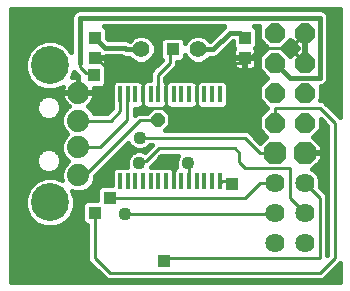
<source format=gbl>
G75*
%MOIN*%
%OFA0B0*%
%FSLAX25Y25*%
%IPPOS*%
%LPD*%
%AMOC8*
5,1,8,0,0,1.08239X$1,22.5*
%
%ADD10R,0.03937X0.04331*%
%ADD11C,0.06400*%
%ADD12OC8,0.06600*%
%ADD13C,0.07400*%
%ADD14C,0.12661*%
%ADD15R,0.01370X0.05500*%
%ADD16C,0.05600*%
%ADD17OC8,0.07600*%
%ADD18C,0.01600*%
%ADD19C,0.01000*%
%ADD20OC8,0.04362*%
%ADD21C,0.04362*%
%ADD22R,0.04362X0.04362*%
D10*
X0086479Y0078454D03*
X0086479Y0085146D03*
X0136479Y0085146D03*
X0136479Y0078454D03*
D11*
X0146479Y0036800D03*
X0156479Y0036800D03*
X0156479Y0026800D03*
X0146479Y0026800D03*
X0146479Y0016800D03*
X0156479Y0016800D03*
D12*
X0156479Y0056800D03*
X0146479Y0056800D03*
X0146479Y0066800D03*
X0156479Y0066800D03*
X0156479Y0076800D03*
X0146479Y0076800D03*
X0146479Y0086800D03*
X0156479Y0086800D03*
D13*
X0080928Y0066800D03*
X0080928Y0057457D03*
X0080928Y0048583D03*
X0080928Y0039241D03*
D14*
X0071479Y0030186D03*
X0071479Y0075855D03*
D15*
X0094845Y0066194D03*
X0097404Y0066194D03*
X0099963Y0066194D03*
X0102522Y0066194D03*
X0105081Y0066194D03*
X0107640Y0066194D03*
X0110199Y0066194D03*
X0112758Y0066194D03*
X0115317Y0066194D03*
X0117876Y0066194D03*
X0120435Y0066194D03*
X0122994Y0066194D03*
X0125554Y0066194D03*
X0128113Y0066194D03*
X0128113Y0037406D03*
X0125554Y0037406D03*
X0122994Y0037406D03*
X0120435Y0037406D03*
X0117876Y0037406D03*
X0115317Y0037406D03*
X0112758Y0037406D03*
X0110199Y0037406D03*
X0107640Y0037406D03*
X0105081Y0037406D03*
X0102522Y0037406D03*
X0099963Y0037406D03*
X0097404Y0037406D03*
X0094845Y0037406D03*
D16*
X0101979Y0081300D03*
X0120979Y0081300D03*
D17*
X0146479Y0046800D03*
X0156479Y0046800D03*
D18*
X0058479Y0003800D02*
X0058479Y0094761D01*
X0168180Y0094761D01*
X0168180Y0058635D01*
X0167895Y0058919D01*
X0162895Y0063919D01*
X0161976Y0064300D01*
X0161474Y0064300D01*
X0161779Y0064605D01*
X0161779Y0068995D01*
X0161774Y0069000D01*
X0162036Y0069000D01*
X0163065Y0069426D01*
X0163852Y0070214D01*
X0164279Y0071243D01*
X0164279Y0092357D01*
X0163852Y0093386D01*
X0163065Y0094174D01*
X0162036Y0094600D01*
X0080922Y0094600D01*
X0079893Y0094174D01*
X0079105Y0093386D01*
X0078679Y0092357D01*
X0078679Y0080242D01*
X0078541Y0080574D01*
X0076198Y0082918D01*
X0073136Y0084186D01*
X0069822Y0084186D01*
X0066760Y0082918D01*
X0064416Y0080574D01*
X0063148Y0077512D01*
X0063148Y0074198D01*
X0064416Y0071136D01*
X0066760Y0068793D01*
X0069822Y0067524D01*
X0073136Y0067524D01*
X0075729Y0068598D01*
X0075563Y0068088D01*
X0075428Y0067233D01*
X0075428Y0066900D01*
X0080827Y0066900D01*
X0080827Y0066700D01*
X0075428Y0066700D01*
X0075428Y0066367D01*
X0075563Y0065512D01*
X0075831Y0064689D01*
X0076224Y0063917D01*
X0076732Y0063217D01*
X0077345Y0062605D01*
X0077749Y0062311D01*
X0077699Y0062290D01*
X0076095Y0060686D01*
X0075228Y0058591D01*
X0075228Y0056324D01*
X0076095Y0054229D01*
X0077304Y0053020D01*
X0076095Y0051812D01*
X0075228Y0049717D01*
X0075228Y0047450D01*
X0076095Y0045355D01*
X0077538Y0043912D01*
X0076095Y0042470D01*
X0075228Y0040375D01*
X0075228Y0038107D01*
X0075456Y0037555D01*
X0073136Y0038517D01*
X0069822Y0038517D01*
X0066760Y0037248D01*
X0064416Y0034905D01*
X0063148Y0031843D01*
X0063148Y0028529D01*
X0064416Y0025467D01*
X0066760Y0023123D01*
X0069822Y0021855D01*
X0073136Y0021855D01*
X0076198Y0023123D01*
X0078541Y0025467D01*
X0079809Y0028529D01*
X0079809Y0031843D01*
X0078964Y0033885D01*
X0079794Y0033541D01*
X0082061Y0033541D01*
X0084156Y0034409D01*
X0085760Y0036012D01*
X0086628Y0038107D01*
X0086628Y0039013D01*
X0097674Y0050060D01*
X0097934Y0049432D01*
X0099110Y0048255D01*
X0100647Y0047619D01*
X0102310Y0047619D01*
X0103847Y0048255D01*
X0104892Y0049300D01*
X0105443Y0049300D01*
X0103252Y0047108D01*
X0102110Y0047581D01*
X0100447Y0047581D01*
X0098910Y0046945D01*
X0097734Y0045768D01*
X0097098Y0044232D01*
X0097098Y0042568D01*
X0097268Y0042156D01*
X0093331Y0042156D01*
X0092160Y0040985D01*
X0092160Y0035981D01*
X0088469Y0035981D01*
X0087298Y0034810D01*
X0087298Y0030981D01*
X0083469Y0030981D01*
X0082298Y0029810D01*
X0082298Y0023790D01*
X0083469Y0022619D01*
X0083979Y0022619D01*
X0083979Y0011303D01*
X0084359Y0010384D01*
X0090063Y0004681D01*
X0090981Y0004300D01*
X0161976Y0004300D01*
X0162895Y0004681D01*
X0163598Y0005384D01*
X0168180Y0009965D01*
X0168180Y0003800D01*
X0058479Y0003800D01*
X0058479Y0004012D02*
X0168180Y0004012D01*
X0168180Y0005610D02*
X0163825Y0005610D01*
X0165423Y0007209D02*
X0168180Y0007209D01*
X0168180Y0008807D02*
X0167022Y0008807D01*
X0163979Y0012836D02*
X0163979Y0032297D01*
X0163598Y0033216D01*
X0162895Y0033919D01*
X0161494Y0035320D01*
X0161679Y0035766D01*
X0161679Y0037834D01*
X0160887Y0039746D01*
X0159424Y0041208D01*
X0158988Y0041389D01*
X0162079Y0044480D01*
X0162079Y0046600D01*
X0156679Y0046600D01*
X0156679Y0047000D01*
X0162079Y0047000D01*
X0162079Y0049120D01*
X0159186Y0052012D01*
X0161779Y0054605D01*
X0161779Y0057964D01*
X0163979Y0055764D01*
X0163979Y0012836D01*
X0163979Y0012836D01*
X0163979Y0013603D02*
X0163979Y0013603D01*
X0163979Y0015201D02*
X0163979Y0015201D01*
X0163979Y0016800D02*
X0163979Y0016800D01*
X0163979Y0018399D02*
X0163979Y0018399D01*
X0163979Y0019997D02*
X0163979Y0019997D01*
X0163979Y0021596D02*
X0163979Y0021596D01*
X0163979Y0023194D02*
X0163979Y0023194D01*
X0163979Y0024793D02*
X0163979Y0024793D01*
X0163979Y0026391D02*
X0163979Y0026391D01*
X0163979Y0027990D02*
X0163979Y0027990D01*
X0163979Y0029588D02*
X0163979Y0029588D01*
X0163979Y0031187D02*
X0163979Y0031187D01*
X0163979Y0032785D02*
X0163777Y0032785D01*
X0163979Y0034384D02*
X0162431Y0034384D01*
X0161679Y0035982D02*
X0163979Y0035982D01*
X0163979Y0037581D02*
X0161679Y0037581D01*
X0161122Y0039179D02*
X0163979Y0039179D01*
X0163979Y0040778D02*
X0159855Y0040778D01*
X0159975Y0042376D02*
X0163979Y0042376D01*
X0163979Y0043975D02*
X0161573Y0043975D01*
X0162079Y0045573D02*
X0163979Y0045573D01*
X0163979Y0047172D02*
X0162079Y0047172D01*
X0162079Y0048770D02*
X0163979Y0048770D01*
X0163979Y0050369D02*
X0160830Y0050369D01*
X0159231Y0051967D02*
X0163979Y0051967D01*
X0163979Y0053566D02*
X0160740Y0053566D01*
X0161779Y0055164D02*
X0163979Y0055164D01*
X0162980Y0056763D02*
X0161779Y0056763D01*
X0166854Y0059960D02*
X0168180Y0059960D01*
X0168180Y0061558D02*
X0165256Y0061558D01*
X0163657Y0063157D02*
X0168180Y0063157D01*
X0168180Y0064755D02*
X0161779Y0064755D01*
X0161779Y0066354D02*
X0168180Y0066354D01*
X0168180Y0067952D02*
X0161779Y0067952D01*
X0163189Y0069551D02*
X0168180Y0069551D01*
X0168180Y0071149D02*
X0164240Y0071149D01*
X0161479Y0071800D02*
X0161479Y0091800D01*
X0081479Y0091800D01*
X0081479Y0076800D01*
X0079615Y0073728D02*
X0081043Y0072300D01*
X0081028Y0072300D01*
X0081028Y0066900D01*
X0086428Y0066900D01*
X0086428Y0067233D01*
X0086292Y0068088D01*
X0086185Y0068419D01*
X0089088Y0068419D01*
X0090260Y0069590D01*
X0090260Y0075610D01*
X0090157Y0075713D01*
X0090247Y0076051D01*
X0090247Y0078269D01*
X0086663Y0078269D01*
X0086663Y0078638D01*
X0090247Y0078638D01*
X0090247Y0079000D01*
X0095319Y0079000D01*
X0095393Y0078926D01*
X0096422Y0078500D01*
X0097991Y0078500D01*
X0099260Y0077231D01*
X0101024Y0076500D01*
X0102934Y0076500D01*
X0104698Y0077231D01*
X0106048Y0078581D01*
X0106779Y0080345D01*
X0106779Y0082255D01*
X0106048Y0084019D01*
X0104698Y0085369D01*
X0102934Y0086100D01*
X0101024Y0086100D01*
X0099260Y0085369D01*
X0098064Y0084174D01*
X0097036Y0084600D01*
X0090985Y0084600D01*
X0090447Y0085138D01*
X0090447Y0088140D01*
X0089587Y0089000D01*
X0129719Y0089000D01*
X0129105Y0088386D01*
X0124893Y0084174D01*
X0123698Y0085369D01*
X0121934Y0086100D01*
X0120024Y0086100D01*
X0118260Y0085369D01*
X0116909Y0084019D01*
X0116660Y0083416D01*
X0116660Y0084210D01*
X0115488Y0085381D01*
X0109469Y0085381D01*
X0108298Y0084210D01*
X0108298Y0078190D01*
X0108816Y0077672D01*
X0105359Y0074216D01*
X0104979Y0073297D01*
X0104979Y0070944D01*
X0103568Y0070944D01*
X0103368Y0070744D01*
X0102522Y0070744D01*
X0101676Y0070744D01*
X0101476Y0070944D01*
X0093331Y0070944D01*
X0092160Y0069772D01*
X0092160Y0062615D01*
X0092379Y0062396D01*
X0092379Y0061636D01*
X0090701Y0059957D01*
X0086062Y0059957D01*
X0085760Y0060686D01*
X0084156Y0062290D01*
X0084106Y0062311D01*
X0084511Y0062605D01*
X0085123Y0063217D01*
X0085632Y0063917D01*
X0086025Y0064689D01*
X0086292Y0065512D01*
X0086428Y0066367D01*
X0086428Y0066700D01*
X0081028Y0066700D01*
X0081028Y0066900D01*
X0080828Y0066900D01*
X0080828Y0072300D01*
X0080495Y0072300D01*
X0079640Y0072165D01*
X0078863Y0071912D01*
X0079615Y0073728D01*
X0079209Y0072748D02*
X0080595Y0072748D01*
X0080828Y0071149D02*
X0081028Y0071149D01*
X0081028Y0069551D02*
X0080828Y0069551D01*
X0080828Y0067952D02*
X0081028Y0067952D01*
X0086314Y0067952D02*
X0092160Y0067952D01*
X0092160Y0066354D02*
X0086425Y0066354D01*
X0086046Y0064755D02*
X0092160Y0064755D01*
X0092160Y0063157D02*
X0085063Y0063157D01*
X0084888Y0061558D02*
X0092302Y0061558D01*
X0090703Y0059960D02*
X0086061Y0059960D01*
X0076967Y0061558D02*
X0075250Y0061558D01*
X0075250Y0061050D02*
X0074616Y0059519D01*
X0073445Y0058348D01*
X0071914Y0057713D01*
X0070256Y0057713D01*
X0068726Y0058348D01*
X0067554Y0059519D01*
X0066920Y0061050D01*
X0066920Y0062707D01*
X0067554Y0064238D01*
X0068726Y0065410D01*
X0070256Y0066044D01*
X0071914Y0066044D01*
X0073445Y0065410D01*
X0074616Y0064238D01*
X0075250Y0062707D01*
X0075250Y0061050D01*
X0074799Y0059960D02*
X0075794Y0059960D01*
X0075228Y0058361D02*
X0073458Y0058361D01*
X0075228Y0056763D02*
X0058479Y0056763D01*
X0058479Y0058361D02*
X0068712Y0058361D01*
X0067371Y0059960D02*
X0058479Y0059960D01*
X0058479Y0061558D02*
X0066920Y0061558D01*
X0067106Y0063157D02*
X0058479Y0063157D01*
X0058479Y0064755D02*
X0068071Y0064755D01*
X0068788Y0067952D02*
X0058479Y0067952D01*
X0058479Y0066354D02*
X0075430Y0066354D01*
X0075542Y0067952D02*
X0074169Y0067952D01*
X0074099Y0064755D02*
X0075809Y0064755D01*
X0075064Y0063157D02*
X0076793Y0063157D01*
X0066002Y0069551D02*
X0058479Y0069551D01*
X0058479Y0071149D02*
X0064411Y0071149D01*
X0063749Y0072748D02*
X0058479Y0072748D01*
X0058479Y0074346D02*
X0063148Y0074346D01*
X0063148Y0075945D02*
X0058479Y0075945D01*
X0058479Y0077543D02*
X0063161Y0077543D01*
X0063823Y0079142D02*
X0058479Y0079142D01*
X0058479Y0080740D02*
X0064583Y0080740D01*
X0066181Y0082339D02*
X0058479Y0082339D01*
X0058479Y0083937D02*
X0069222Y0083937D01*
X0073735Y0083937D02*
X0078679Y0083937D01*
X0078679Y0082339D02*
X0076776Y0082339D01*
X0078375Y0080740D02*
X0078679Y0080740D01*
X0086479Y0085146D02*
X0089825Y0081800D01*
X0096479Y0081800D01*
X0096979Y0081300D01*
X0101979Y0081300D01*
X0106280Y0079142D02*
X0108298Y0079142D01*
X0108687Y0077543D02*
X0105010Y0077543D01*
X0107088Y0075945D02*
X0090219Y0075945D01*
X0090260Y0074346D02*
X0105490Y0074346D01*
X0104979Y0072748D02*
X0090260Y0072748D01*
X0090260Y0071149D02*
X0104979Y0071149D01*
X0102522Y0070744D02*
X0102522Y0069898D01*
X0102522Y0069898D01*
X0102522Y0069898D01*
X0102522Y0070744D01*
X0109979Y0070744D02*
X0109979Y0071764D01*
X0112895Y0074681D01*
X0113598Y0075384D01*
X0113979Y0076303D01*
X0113979Y0077019D01*
X0115488Y0077019D01*
X0116660Y0078190D01*
X0116660Y0079184D01*
X0116909Y0078581D01*
X0118260Y0077231D01*
X0120024Y0076500D01*
X0121934Y0076500D01*
X0123698Y0077231D01*
X0124967Y0078500D01*
X0126536Y0078500D01*
X0127565Y0078926D01*
X0132510Y0083872D01*
X0132510Y0082153D01*
X0133022Y0081641D01*
X0132833Y0081314D01*
X0132710Y0080856D01*
X0132710Y0078638D01*
X0136294Y0078638D01*
X0136294Y0078269D01*
X0132710Y0078269D01*
X0132710Y0076051D01*
X0132833Y0075593D01*
X0133070Y0075183D01*
X0133405Y0074848D01*
X0133815Y0074611D01*
X0134273Y0074488D01*
X0136294Y0074488D01*
X0136294Y0078269D01*
X0136663Y0078269D01*
X0136663Y0074488D01*
X0138684Y0074488D01*
X0139142Y0074611D01*
X0139552Y0074848D01*
X0139888Y0075183D01*
X0140125Y0075593D01*
X0140247Y0076051D01*
X0140247Y0078269D01*
X0136663Y0078269D01*
X0136663Y0078638D01*
X0140247Y0078638D01*
X0140247Y0080856D01*
X0140125Y0081314D01*
X0139936Y0081641D01*
X0140447Y0082153D01*
X0140447Y0088140D01*
X0139587Y0089000D01*
X0141183Y0089000D01*
X0141179Y0088995D01*
X0141179Y0084605D01*
X0143983Y0081800D01*
X0141179Y0078995D01*
X0141179Y0074605D01*
X0143983Y0071800D01*
X0141179Y0068995D01*
X0141179Y0064605D01*
X0143979Y0061805D01*
X0143979Y0061795D01*
X0141179Y0058995D01*
X0141179Y0054605D01*
X0143630Y0052154D01*
X0141645Y0050169D01*
X0137895Y0053919D01*
X0136976Y0054300D01*
X0135981Y0054300D01*
X0109892Y0054300D01*
X0111660Y0056068D01*
X0111660Y0059532D01*
X0109548Y0061644D01*
X0110199Y0061644D01*
X0110199Y0062489D01*
X0110199Y0062489D01*
X0110199Y0061644D01*
X0111045Y0061644D01*
X0111245Y0061444D01*
X0119390Y0061444D01*
X0119590Y0061644D01*
X0120435Y0061644D01*
X0120435Y0062489D01*
X0120435Y0062489D01*
X0120435Y0062489D01*
X0120435Y0061644D01*
X0121281Y0061644D01*
X0121481Y0061444D01*
X0129626Y0061444D01*
X0130798Y0062615D01*
X0130798Y0069772D01*
X0129626Y0070944D01*
X0121481Y0070944D01*
X0121281Y0070744D01*
X0120435Y0070744D01*
X0119590Y0070744D01*
X0119390Y0070944D01*
X0111245Y0070944D01*
X0111045Y0070744D01*
X0110199Y0070744D01*
X0109979Y0070744D01*
X0110199Y0070744D02*
X0110199Y0069898D01*
X0110199Y0069898D01*
X0110199Y0069898D01*
X0110199Y0070744D01*
X0109979Y0071149D02*
X0143333Y0071149D01*
X0141734Y0069551D02*
X0130798Y0069551D01*
X0130798Y0067952D02*
X0141179Y0067952D01*
X0141179Y0066354D02*
X0130798Y0066354D01*
X0130798Y0064755D02*
X0141179Y0064755D01*
X0142627Y0063157D02*
X0130798Y0063157D01*
X0129741Y0061558D02*
X0143742Y0061558D01*
X0142143Y0059960D02*
X0111232Y0059960D01*
X0111660Y0058361D02*
X0141179Y0058361D01*
X0141179Y0056763D02*
X0111660Y0056763D01*
X0110756Y0055164D02*
X0141179Y0055164D01*
X0142218Y0053566D02*
X0138248Y0053566D01*
X0139847Y0051967D02*
X0143444Y0051967D01*
X0141845Y0050369D02*
X0141446Y0050369D01*
X0121366Y0061558D02*
X0119504Y0061558D01*
X0111130Y0061558D02*
X0109633Y0061558D01*
X0110199Y0062489D02*
X0110199Y0062489D01*
X0105209Y0061444D02*
X0103866Y0060100D01*
X0101181Y0060100D01*
X0100263Y0059719D01*
X0099779Y0059236D01*
X0099779Y0061444D01*
X0101476Y0061444D01*
X0101676Y0061644D01*
X0102522Y0061644D01*
X0102522Y0062489D01*
X0102522Y0062489D01*
X0102522Y0061644D01*
X0103368Y0061644D01*
X0103568Y0061444D01*
X0105209Y0061444D01*
X0103453Y0061558D02*
X0101591Y0061558D01*
X0102522Y0062489D02*
X0102522Y0062489D01*
X0100843Y0059960D02*
X0099779Y0059960D01*
X0092160Y0069551D02*
X0090220Y0069551D01*
X0090247Y0077543D02*
X0098947Y0077543D01*
X0106779Y0080740D02*
X0108298Y0080740D01*
X0108298Y0082339D02*
X0106744Y0082339D01*
X0106082Y0083937D02*
X0108298Y0083937D01*
X0104295Y0085536D02*
X0118662Y0085536D01*
X0116876Y0083937D02*
X0116660Y0083937D01*
X0120979Y0081300D02*
X0125979Y0081300D01*
X0131479Y0086800D01*
X0134825Y0086800D01*
X0136479Y0085146D01*
X0140447Y0085536D02*
X0141179Y0085536D01*
X0141179Y0087134D02*
X0140447Y0087134D01*
X0139854Y0088733D02*
X0141179Y0088733D01*
X0141846Y0083937D02*
X0140447Y0083937D01*
X0140447Y0082339D02*
X0143444Y0082339D01*
X0142924Y0080740D02*
X0140247Y0080740D01*
X0140247Y0079142D02*
X0141325Y0079142D01*
X0141179Y0077543D02*
X0140247Y0077543D01*
X0140219Y0075945D02*
X0141179Y0075945D01*
X0141437Y0074346D02*
X0112561Y0074346D01*
X0113831Y0075945D02*
X0132739Y0075945D01*
X0132710Y0077543D02*
X0124010Y0077543D01*
X0127780Y0079142D02*
X0132710Y0079142D01*
X0132710Y0080740D02*
X0129379Y0080740D01*
X0130977Y0082339D02*
X0132510Y0082339D01*
X0136294Y0077543D02*
X0136663Y0077543D01*
X0136663Y0075945D02*
X0136294Y0075945D01*
X0143036Y0072748D02*
X0110962Y0072748D01*
X0116013Y0077543D02*
X0117947Y0077543D01*
X0116677Y0079142D02*
X0116660Y0079142D01*
X0123295Y0085536D02*
X0126255Y0085536D01*
X0127853Y0087134D02*
X0090447Y0087134D01*
X0090447Y0085536D02*
X0099662Y0085536D01*
X0089854Y0088733D02*
X0129452Y0088733D01*
X0148974Y0081800D02*
X0151620Y0084446D01*
X0154266Y0081800D01*
X0151620Y0079154D01*
X0148974Y0081800D01*
X0149513Y0082339D02*
X0153727Y0082339D01*
X0153207Y0080740D02*
X0150034Y0080740D01*
X0151112Y0083937D02*
X0152129Y0083937D01*
X0156279Y0083937D02*
X0156679Y0083937D01*
X0156679Y0082339D02*
X0156279Y0082339D01*
X0156679Y0081900D02*
X0156679Y0086600D01*
X0156279Y0086600D01*
X0156279Y0077000D01*
X0156679Y0077000D01*
X0156679Y0081900D01*
X0156679Y0080740D02*
X0156279Y0080740D01*
X0156279Y0079142D02*
X0156679Y0079142D01*
X0156679Y0077543D02*
X0156279Y0077543D01*
X0164279Y0077543D02*
X0168180Y0077543D01*
X0168180Y0079142D02*
X0164279Y0079142D01*
X0164279Y0080740D02*
X0168180Y0080740D01*
X0168180Y0082339D02*
X0164279Y0082339D01*
X0164279Y0083937D02*
X0168180Y0083937D01*
X0168180Y0085536D02*
X0164279Y0085536D01*
X0164279Y0087134D02*
X0168180Y0087134D01*
X0168180Y0088733D02*
X0164279Y0088733D01*
X0164279Y0090332D02*
X0168180Y0090332D01*
X0168180Y0091930D02*
X0164279Y0091930D01*
X0163710Y0093529D02*
X0168180Y0093529D01*
X0156679Y0085536D02*
X0156279Y0085536D01*
X0146479Y0076800D02*
X0151479Y0071800D01*
X0161479Y0071800D01*
X0164279Y0072748D02*
X0168180Y0072748D01*
X0168180Y0074346D02*
X0164279Y0074346D01*
X0164279Y0075945D02*
X0168180Y0075945D01*
X0120435Y0070744D02*
X0120435Y0069898D01*
X0120435Y0070744D01*
X0120435Y0069898D02*
X0120435Y0069898D01*
X0120435Y0069898D01*
X0104913Y0048770D02*
X0104362Y0048770D01*
X0103315Y0047172D02*
X0103099Y0047172D01*
X0099459Y0047172D02*
X0094786Y0047172D01*
X0093187Y0045573D02*
X0097653Y0045573D01*
X0097098Y0043975D02*
X0091589Y0043975D01*
X0089990Y0042376D02*
X0097177Y0042376D01*
X0092160Y0040778D02*
X0088392Y0040778D01*
X0086793Y0039179D02*
X0092160Y0039179D01*
X0092160Y0037581D02*
X0086409Y0037581D01*
X0085730Y0035982D02*
X0092160Y0035982D01*
X0087298Y0034384D02*
X0084096Y0034384D01*
X0087298Y0032785D02*
X0079419Y0032785D01*
X0079809Y0031187D02*
X0087298Y0031187D01*
X0082298Y0029588D02*
X0079809Y0029588D01*
X0079586Y0027990D02*
X0082298Y0027990D01*
X0082298Y0026391D02*
X0078924Y0026391D01*
X0077867Y0024793D02*
X0082298Y0024793D01*
X0082894Y0023194D02*
X0076268Y0023194D01*
X0083979Y0021596D02*
X0058479Y0021596D01*
X0058479Y0023194D02*
X0066689Y0023194D01*
X0065091Y0024793D02*
X0058479Y0024793D01*
X0058479Y0026391D02*
X0064033Y0026391D01*
X0063371Y0027990D02*
X0058479Y0027990D01*
X0058479Y0029588D02*
X0063148Y0029588D01*
X0063148Y0031187D02*
X0058479Y0031187D01*
X0058479Y0032785D02*
X0063538Y0032785D01*
X0064200Y0034384D02*
X0058479Y0034384D01*
X0058479Y0035982D02*
X0065494Y0035982D01*
X0067562Y0037581D02*
X0058479Y0037581D01*
X0058479Y0039179D02*
X0075228Y0039179D01*
X0075395Y0037581D02*
X0075446Y0037581D01*
X0073445Y0040631D02*
X0071914Y0039997D01*
X0070256Y0039997D01*
X0068726Y0040631D01*
X0067554Y0041803D01*
X0066920Y0043334D01*
X0066920Y0044991D01*
X0067554Y0046522D01*
X0068726Y0047693D01*
X0070256Y0048328D01*
X0071914Y0048328D01*
X0073445Y0047693D01*
X0074616Y0046522D01*
X0075250Y0044991D01*
X0075250Y0043334D01*
X0074616Y0041803D01*
X0073445Y0040631D01*
X0073591Y0040778D02*
X0075394Y0040778D01*
X0074854Y0042376D02*
X0076057Y0042376D01*
X0075250Y0043975D02*
X0077475Y0043975D01*
X0076005Y0045573D02*
X0075009Y0045573D01*
X0075343Y0047172D02*
X0073966Y0047172D01*
X0075228Y0048770D02*
X0058479Y0048770D01*
X0058479Y0047172D02*
X0068204Y0047172D01*
X0067161Y0045573D02*
X0058479Y0045573D01*
X0058479Y0043975D02*
X0066920Y0043975D01*
X0067316Y0042376D02*
X0058479Y0042376D01*
X0058479Y0040778D02*
X0068579Y0040778D01*
X0075497Y0050369D02*
X0058479Y0050369D01*
X0058479Y0051967D02*
X0076250Y0051967D01*
X0076758Y0053566D02*
X0058479Y0053566D01*
X0058479Y0055164D02*
X0075708Y0055164D01*
X0096384Y0048770D02*
X0098596Y0048770D01*
X0107189Y0043975D02*
X0113498Y0043975D01*
X0113498Y0044032D02*
X0113498Y0042368D01*
X0113649Y0042002D01*
X0113604Y0041956D01*
X0112758Y0041956D01*
X0111913Y0041956D01*
X0111713Y0042156D01*
X0105371Y0042156D01*
X0105798Y0042584D01*
X0108914Y0045700D01*
X0114266Y0045700D01*
X0114134Y0045568D01*
X0113498Y0044032D01*
X0113498Y0042376D02*
X0105590Y0042376D01*
X0108787Y0045573D02*
X0114139Y0045573D01*
X0112758Y0041956D02*
X0112758Y0041111D01*
X0112758Y0041956D01*
X0112758Y0041111D02*
X0112758Y0041111D01*
X0112758Y0041111D01*
X0083979Y0019997D02*
X0058479Y0019997D01*
X0058479Y0018399D02*
X0083979Y0018399D01*
X0083979Y0016800D02*
X0058479Y0016800D01*
X0058479Y0015201D02*
X0083979Y0015201D01*
X0083979Y0013603D02*
X0058479Y0013603D01*
X0058479Y0012004D02*
X0083979Y0012004D01*
X0084350Y0010406D02*
X0058479Y0010406D01*
X0058479Y0008807D02*
X0085936Y0008807D01*
X0087534Y0007209D02*
X0058479Y0007209D01*
X0058479Y0005610D02*
X0089133Y0005610D01*
X0078679Y0085536D02*
X0058479Y0085536D01*
X0058479Y0087134D02*
X0078679Y0087134D01*
X0078679Y0088733D02*
X0058479Y0088733D01*
X0058479Y0090332D02*
X0078679Y0090332D01*
X0078679Y0091930D02*
X0058479Y0091930D01*
X0058479Y0093529D02*
X0079247Y0093529D01*
D19*
X0086479Y0078454D02*
X0087025Y0078454D01*
X0091479Y0074000D01*
X0091479Y0071800D01*
X0102522Y0071800D01*
X0102522Y0066194D01*
X0102479Y0066194D01*
X0102479Y0061600D01*
X0111479Y0061600D01*
X0111479Y0061800D01*
X0120435Y0061800D01*
X0118679Y0060043D01*
X0118079Y0058200D01*
X0120435Y0061800D02*
X0120435Y0066194D01*
X0120435Y0075757D01*
X0121479Y0076800D01*
X0134825Y0076800D01*
X0136479Y0078454D01*
X0138132Y0078454D01*
X0141479Y0081800D01*
X0151479Y0081800D01*
X0156479Y0086800D01*
X0151479Y0081800D02*
X0156479Y0076800D01*
X0161479Y0061800D02*
X0146479Y0061800D01*
X0146479Y0056800D01*
X0136479Y0051800D02*
X0141479Y0046800D01*
X0146479Y0046800D01*
X0151479Y0041800D02*
X0151279Y0041600D01*
X0136679Y0041600D01*
X0134679Y0043600D01*
X0134679Y0046800D01*
X0133279Y0048200D01*
X0107879Y0048200D01*
X0103679Y0044000D01*
X0101879Y0044000D01*
X0101279Y0043400D01*
X0109079Y0044200D02*
X0112879Y0040400D01*
X0112879Y0037406D01*
X0112758Y0037406D01*
X0117876Y0037406D02*
X0117876Y0043402D01*
X0117679Y0043200D01*
X0109079Y0044200D02*
X0109079Y0044400D01*
X0101479Y0051800D02*
X0136479Y0051800D01*
X0151479Y0041800D02*
X0151479Y0031800D01*
X0156479Y0026800D01*
X0161479Y0031800D02*
X0161479Y0011800D01*
X0110879Y0011800D01*
X0109679Y0010600D01*
X0091479Y0006800D02*
X0161479Y0006800D01*
X0166479Y0011800D01*
X0166479Y0056800D01*
X0161479Y0061800D01*
X0132279Y0036200D02*
X0131072Y0037406D01*
X0128113Y0037406D01*
X0128719Y0036800D01*
X0136479Y0031800D02*
X0091479Y0031800D01*
X0086479Y0026800D02*
X0086479Y0011800D01*
X0091479Y0006800D01*
X0096479Y0026400D02*
X0146079Y0026400D01*
X0146479Y0026800D01*
X0141479Y0036800D02*
X0136479Y0031800D01*
X0141479Y0036800D02*
X0146479Y0036800D01*
X0156479Y0036800D02*
X0161479Y0031800D01*
X0111479Y0061800D02*
X0110279Y0061800D01*
X0110199Y0061800D01*
X0110199Y0066194D01*
X0110279Y0066114D01*
X0110279Y0061800D01*
X0107479Y0057800D02*
X0107279Y0057600D01*
X0101679Y0057600D01*
X0083320Y0039241D01*
X0080928Y0039241D01*
X0080928Y0048583D02*
X0088262Y0048583D01*
X0097279Y0057600D01*
X0097279Y0066069D01*
X0097404Y0066194D01*
X0094879Y0066160D02*
X0094845Y0066194D01*
X0094879Y0066160D02*
X0094879Y0060600D01*
X0091736Y0057457D01*
X0080928Y0057457D01*
X0080928Y0066800D02*
X0091479Y0066800D01*
X0091479Y0071800D01*
X0086079Y0072600D02*
X0085279Y0073400D01*
X0083479Y0073400D01*
X0081479Y0075400D01*
X0081479Y0076800D01*
X0107479Y0072800D02*
X0107479Y0066194D01*
X0107640Y0066194D01*
X0107479Y0072800D02*
X0111479Y0076800D01*
X0111479Y0080200D01*
X0112479Y0081200D01*
D20*
X0118079Y0058200D03*
X0107479Y0057800D03*
D21*
X0101479Y0051800D03*
X0109079Y0044400D03*
X0101279Y0043400D03*
X0117679Y0043200D03*
X0096479Y0026400D03*
D22*
X0091479Y0031800D03*
X0086479Y0026800D03*
X0109679Y0010600D03*
X0132279Y0036200D03*
X0086079Y0072600D03*
X0112479Y0081200D03*
M02*

</source>
